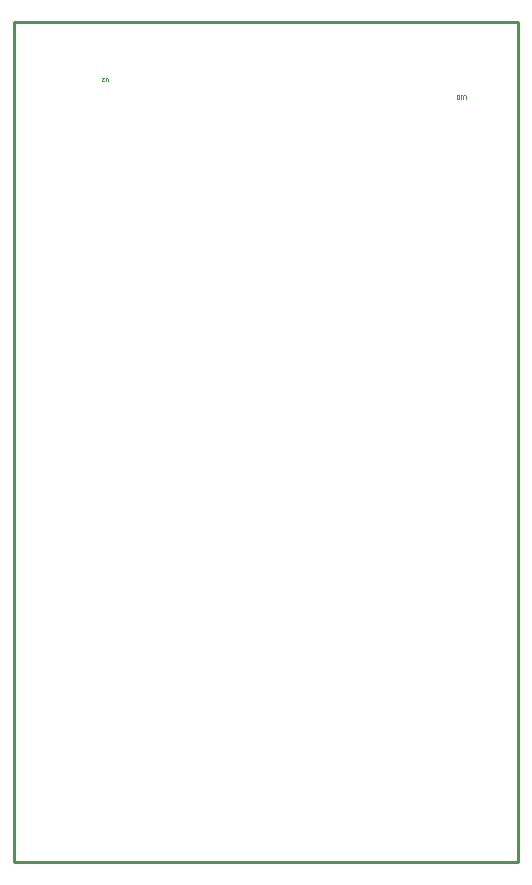
<source format=gm1>
G04*
G04 #@! TF.GenerationSoftware,Altium Limited,Altium Designer,18.1.9 (240)*
G04*
G04 Layer_Color=16711935*
%FSLAX25Y25*%
%MOIN*%
G70*
G01*
G75*
%ADD13C,0.01000*%
%ADD114C,0.00197*%
D13*
X0Y0D02*
X168000D01*
X0Y280000D02*
X168000D01*
X0Y0D02*
Y280000D01*
X168000Y0D02*
Y280000D01*
D114*
X150469Y254583D02*
Y255567D01*
X150272Y255764D01*
X149878D01*
X149681Y255567D01*
Y254583D01*
X149288Y255764D02*
X148894D01*
X149091D01*
Y254583D01*
X149288Y254780D01*
X148304D02*
X148107Y254583D01*
X147713D01*
X147517Y254780D01*
Y255567D01*
X147713Y255764D01*
X148107D01*
X148304Y255567D01*
Y254780D01*
X31256Y260319D02*
Y261303D01*
X31059Y261500D01*
X30666D01*
X30469Y261303D01*
Y260319D01*
X29288Y261500D02*
X30075D01*
X29288Y260713D01*
Y260516D01*
X29485Y260319D01*
X29878D01*
X30075Y260516D01*
M02*

</source>
